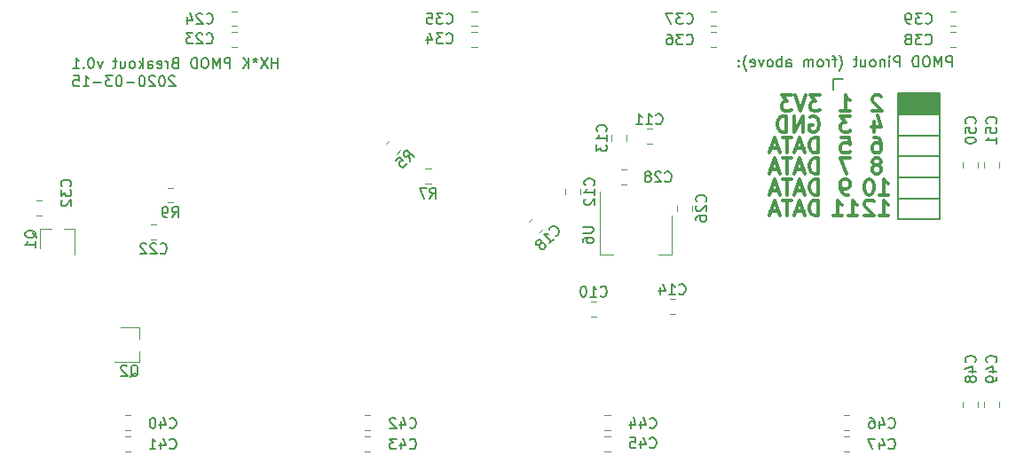
<source format=gbo>
G04 #@! TF.GenerationSoftware,KiCad,Pcbnew,5.0.2+dfsg1-1*
G04 #@! TF.CreationDate,2020-03-15T18:18:09-04:00*
G04 #@! TF.ProjectId,hx4k_pmod,6878346b-5f70-46d6-9f64-2e6b69636164,rev?*
G04 #@! TF.SameCoordinates,Original*
G04 #@! TF.FileFunction,Legend,Bot*
G04 #@! TF.FilePolarity,Positive*
%FSLAX46Y46*%
G04 Gerber Fmt 4.6, Leading zero omitted, Abs format (unit mm)*
G04 Created by KiCad (PCBNEW 5.0.2+dfsg1-1) date Sun 15 Mar 2020 06:18:09 PM EDT*
%MOMM*%
%LPD*%
G01*
G04 APERTURE LIST*
%ADD10C,0.300000*%
%ADD11C,0.200000*%
%ADD12C,0.150000*%
%ADD13C,0.120000*%
G04 APERTURE END LIST*
D10*
X99447857Y-55678571D02*
X99447857Y-54178571D01*
X99090714Y-54178571D01*
X98876428Y-54250000D01*
X98733571Y-54392857D01*
X98662142Y-54535714D01*
X98590714Y-54821428D01*
X98590714Y-55035714D01*
X98662142Y-55321428D01*
X98733571Y-55464285D01*
X98876428Y-55607142D01*
X99090714Y-55678571D01*
X99447857Y-55678571D01*
X98019285Y-55250000D02*
X97305000Y-55250000D01*
X98162142Y-55678571D02*
X97662142Y-54178571D01*
X97162142Y-55678571D01*
X96876428Y-54178571D02*
X96019285Y-54178571D01*
X96447857Y-55678571D02*
X96447857Y-54178571D01*
X95590714Y-55250000D02*
X94876428Y-55250000D01*
X95733571Y-55678571D02*
X95233571Y-54178571D01*
X94733571Y-55678571D01*
X99447857Y-53678571D02*
X99447857Y-52178571D01*
X99090714Y-52178571D01*
X98876428Y-52250000D01*
X98733571Y-52392857D01*
X98662142Y-52535714D01*
X98590714Y-52821428D01*
X98590714Y-53035714D01*
X98662142Y-53321428D01*
X98733571Y-53464285D01*
X98876428Y-53607142D01*
X99090714Y-53678571D01*
X99447857Y-53678571D01*
X98019285Y-53250000D02*
X97305000Y-53250000D01*
X98162142Y-53678571D02*
X97662142Y-52178571D01*
X97162142Y-53678571D01*
X96876428Y-52178571D02*
X96019285Y-52178571D01*
X96447857Y-53678571D02*
X96447857Y-52178571D01*
X95590714Y-53250000D02*
X94876428Y-53250000D01*
X95733571Y-53678571D02*
X95233571Y-52178571D01*
X94733571Y-53678571D01*
X99447857Y-51678571D02*
X99447857Y-50178571D01*
X99090714Y-50178571D01*
X98876428Y-50250000D01*
X98733571Y-50392857D01*
X98662142Y-50535714D01*
X98590714Y-50821428D01*
X98590714Y-51035714D01*
X98662142Y-51321428D01*
X98733571Y-51464285D01*
X98876428Y-51607142D01*
X99090714Y-51678571D01*
X99447857Y-51678571D01*
X98019285Y-51250000D02*
X97305000Y-51250000D01*
X98162142Y-51678571D02*
X97662142Y-50178571D01*
X97162142Y-51678571D01*
X96876428Y-50178571D02*
X96019285Y-50178571D01*
X96447857Y-51678571D02*
X96447857Y-50178571D01*
X95590714Y-51250000D02*
X94876428Y-51250000D01*
X95733571Y-51678571D02*
X95233571Y-50178571D01*
X94733571Y-51678571D01*
D11*
X107000000Y-44000000D02*
X111000000Y-44000000D01*
X112166666Y-41452380D02*
X112166666Y-40452380D01*
X111785714Y-40452380D01*
X111690476Y-40500000D01*
X111642857Y-40547619D01*
X111595238Y-40642857D01*
X111595238Y-40785714D01*
X111642857Y-40880952D01*
X111690476Y-40928571D01*
X111785714Y-40976190D01*
X112166666Y-40976190D01*
X111166666Y-41452380D02*
X111166666Y-40452380D01*
X110833333Y-41166666D01*
X110500000Y-40452380D01*
X110500000Y-41452380D01*
X109833333Y-40452380D02*
X109642857Y-40452380D01*
X109547619Y-40500000D01*
X109452380Y-40595238D01*
X109404761Y-40785714D01*
X109404761Y-41119047D01*
X109452380Y-41309523D01*
X109547619Y-41404761D01*
X109642857Y-41452380D01*
X109833333Y-41452380D01*
X109928571Y-41404761D01*
X110023809Y-41309523D01*
X110071428Y-41119047D01*
X110071428Y-40785714D01*
X110023809Y-40595238D01*
X109928571Y-40500000D01*
X109833333Y-40452380D01*
X108976190Y-41452380D02*
X108976190Y-40452380D01*
X108738095Y-40452380D01*
X108595238Y-40500000D01*
X108500000Y-40595238D01*
X108452380Y-40690476D01*
X108404761Y-40880952D01*
X108404761Y-41023809D01*
X108452380Y-41214285D01*
X108500000Y-41309523D01*
X108595238Y-41404761D01*
X108738095Y-41452380D01*
X108976190Y-41452380D01*
X107214285Y-41452380D02*
X107214285Y-40452380D01*
X106833333Y-40452380D01*
X106738095Y-40500000D01*
X106690476Y-40547619D01*
X106642857Y-40642857D01*
X106642857Y-40785714D01*
X106690476Y-40880952D01*
X106738095Y-40928571D01*
X106833333Y-40976190D01*
X107214285Y-40976190D01*
X106214285Y-41452380D02*
X106214285Y-40785714D01*
X106214285Y-40452380D02*
X106261904Y-40500000D01*
X106214285Y-40547619D01*
X106166666Y-40500000D01*
X106214285Y-40452380D01*
X106214285Y-40547619D01*
X105738095Y-40785714D02*
X105738095Y-41452380D01*
X105738095Y-40880952D02*
X105690476Y-40833333D01*
X105595238Y-40785714D01*
X105452380Y-40785714D01*
X105357142Y-40833333D01*
X105309523Y-40928571D01*
X105309523Y-41452380D01*
X104690476Y-41452380D02*
X104785714Y-41404761D01*
X104833333Y-41357142D01*
X104880952Y-41261904D01*
X104880952Y-40976190D01*
X104833333Y-40880952D01*
X104785714Y-40833333D01*
X104690476Y-40785714D01*
X104547619Y-40785714D01*
X104452380Y-40833333D01*
X104404761Y-40880952D01*
X104357142Y-40976190D01*
X104357142Y-41261904D01*
X104404761Y-41357142D01*
X104452380Y-41404761D01*
X104547619Y-41452380D01*
X104690476Y-41452380D01*
X103500000Y-40785714D02*
X103500000Y-41452380D01*
X103928571Y-40785714D02*
X103928571Y-41309523D01*
X103880952Y-41404761D01*
X103785714Y-41452380D01*
X103642857Y-41452380D01*
X103547619Y-41404761D01*
X103500000Y-41357142D01*
X103166666Y-40785714D02*
X102785714Y-40785714D01*
X103023809Y-40452380D02*
X103023809Y-41309523D01*
X102976190Y-41404761D01*
X102880952Y-41452380D01*
X102785714Y-41452380D01*
X101404761Y-41833333D02*
X101452380Y-41785714D01*
X101547619Y-41642857D01*
X101595238Y-41547619D01*
X101642857Y-41404761D01*
X101690476Y-41166666D01*
X101690476Y-40976190D01*
X101642857Y-40738095D01*
X101595238Y-40595238D01*
X101547619Y-40500000D01*
X101452380Y-40357142D01*
X101404761Y-40309523D01*
X101166666Y-40785714D02*
X100785714Y-40785714D01*
X101023809Y-41452380D02*
X101023809Y-40595238D01*
X100976190Y-40500000D01*
X100880952Y-40452380D01*
X100785714Y-40452380D01*
X100452380Y-41452380D02*
X100452380Y-40785714D01*
X100452380Y-40976190D02*
X100404761Y-40880952D01*
X100357142Y-40833333D01*
X100261904Y-40785714D01*
X100166666Y-40785714D01*
X99690476Y-41452380D02*
X99785714Y-41404761D01*
X99833333Y-41357142D01*
X99880952Y-41261904D01*
X99880952Y-40976190D01*
X99833333Y-40880952D01*
X99785714Y-40833333D01*
X99690476Y-40785714D01*
X99547619Y-40785714D01*
X99452380Y-40833333D01*
X99404761Y-40880952D01*
X99357142Y-40976190D01*
X99357142Y-41261904D01*
X99404761Y-41357142D01*
X99452380Y-41404761D01*
X99547619Y-41452380D01*
X99690476Y-41452380D01*
X98928571Y-41452380D02*
X98928571Y-40785714D01*
X98928571Y-40880952D02*
X98880952Y-40833333D01*
X98785714Y-40785714D01*
X98642857Y-40785714D01*
X98547619Y-40833333D01*
X98500000Y-40928571D01*
X98500000Y-41452380D01*
X98500000Y-40928571D02*
X98452380Y-40833333D01*
X98357142Y-40785714D01*
X98214285Y-40785714D01*
X98119047Y-40833333D01*
X98071428Y-40928571D01*
X98071428Y-41452380D01*
X96404761Y-41452380D02*
X96404761Y-40928571D01*
X96452380Y-40833333D01*
X96547619Y-40785714D01*
X96738095Y-40785714D01*
X96833333Y-40833333D01*
X96404761Y-41404761D02*
X96500000Y-41452380D01*
X96738095Y-41452380D01*
X96833333Y-41404761D01*
X96880952Y-41309523D01*
X96880952Y-41214285D01*
X96833333Y-41119047D01*
X96738095Y-41071428D01*
X96500000Y-41071428D01*
X96404761Y-41023809D01*
X95928571Y-41452380D02*
X95928571Y-40452380D01*
X95928571Y-40833333D02*
X95833333Y-40785714D01*
X95642857Y-40785714D01*
X95547619Y-40833333D01*
X95500000Y-40880952D01*
X95452380Y-40976190D01*
X95452380Y-41261904D01*
X95500000Y-41357142D01*
X95547619Y-41404761D01*
X95642857Y-41452380D01*
X95833333Y-41452380D01*
X95928571Y-41404761D01*
X94880952Y-41452380D02*
X94976190Y-41404761D01*
X95023809Y-41357142D01*
X95071428Y-41261904D01*
X95071428Y-40976190D01*
X95023809Y-40880952D01*
X94976190Y-40833333D01*
X94880952Y-40785714D01*
X94738095Y-40785714D01*
X94642857Y-40833333D01*
X94595238Y-40880952D01*
X94547619Y-40976190D01*
X94547619Y-41261904D01*
X94595238Y-41357142D01*
X94642857Y-41404761D01*
X94738095Y-41452380D01*
X94880952Y-41452380D01*
X94214285Y-40785714D02*
X93976190Y-41452380D01*
X93738095Y-40785714D01*
X92976190Y-41404761D02*
X93071428Y-41452380D01*
X93261904Y-41452380D01*
X93357142Y-41404761D01*
X93404761Y-41309523D01*
X93404761Y-40928571D01*
X93357142Y-40833333D01*
X93261904Y-40785714D01*
X93071428Y-40785714D01*
X92976190Y-40833333D01*
X92928571Y-40928571D01*
X92928571Y-41023809D01*
X93404761Y-41119047D01*
X92595238Y-41833333D02*
X92547619Y-41785714D01*
X92452380Y-41642857D01*
X92404761Y-41547619D01*
X92357142Y-41404761D01*
X92309523Y-41166666D01*
X92309523Y-40976190D01*
X92357142Y-40738095D01*
X92404761Y-40595238D01*
X92452380Y-40500000D01*
X92547619Y-40357142D01*
X92595238Y-40309523D01*
X91833333Y-41357142D02*
X91785714Y-41404761D01*
X91833333Y-41452380D01*
X91880952Y-41404761D01*
X91833333Y-41357142D01*
X91833333Y-41452380D01*
X91833333Y-40833333D02*
X91785714Y-40880952D01*
X91833333Y-40928571D01*
X91880952Y-40880952D01*
X91833333Y-40833333D01*
X91833333Y-40928571D01*
D10*
X99447857Y-49678571D02*
X99447857Y-48178571D01*
X99090714Y-48178571D01*
X98876428Y-48250000D01*
X98733571Y-48392857D01*
X98662142Y-48535714D01*
X98590714Y-48821428D01*
X98590714Y-49035714D01*
X98662142Y-49321428D01*
X98733571Y-49464285D01*
X98876428Y-49607142D01*
X99090714Y-49678571D01*
X99447857Y-49678571D01*
X98019285Y-49250000D02*
X97305000Y-49250000D01*
X98162142Y-49678571D02*
X97662142Y-48178571D01*
X97162142Y-49678571D01*
X96876428Y-48178571D02*
X96019285Y-48178571D01*
X96447857Y-49678571D02*
X96447857Y-48178571D01*
X95590714Y-49250000D02*
X94876428Y-49250000D01*
X95733571Y-49678571D02*
X95233571Y-48178571D01*
X94733571Y-49678571D01*
X98662142Y-46250000D02*
X98805000Y-46178571D01*
X99019285Y-46178571D01*
X99233571Y-46250000D01*
X99376428Y-46392857D01*
X99447857Y-46535714D01*
X99519285Y-46821428D01*
X99519285Y-47035714D01*
X99447857Y-47321428D01*
X99376428Y-47464285D01*
X99233571Y-47607142D01*
X99019285Y-47678571D01*
X98876428Y-47678571D01*
X98662142Y-47607142D01*
X98590714Y-47535714D01*
X98590714Y-47035714D01*
X98876428Y-47035714D01*
X97947857Y-47678571D02*
X97947857Y-46178571D01*
X97090714Y-47678571D01*
X97090714Y-46178571D01*
X96376428Y-47678571D02*
X96376428Y-46178571D01*
X96019285Y-46178571D01*
X95805000Y-46250000D01*
X95662142Y-46392857D01*
X95590714Y-46535714D01*
X95519285Y-46821428D01*
X95519285Y-47035714D01*
X95590714Y-47321428D01*
X95662142Y-47464285D01*
X95805000Y-47607142D01*
X96019285Y-47678571D01*
X96376428Y-47678571D01*
X99590714Y-44178571D02*
X98662142Y-44178571D01*
X99162142Y-44750000D01*
X98947857Y-44750000D01*
X98805000Y-44821428D01*
X98733571Y-44892857D01*
X98662142Y-45035714D01*
X98662142Y-45392857D01*
X98733571Y-45535714D01*
X98805000Y-45607142D01*
X98947857Y-45678571D01*
X99376428Y-45678571D01*
X99519285Y-45607142D01*
X99590714Y-45535714D01*
X98233571Y-44178571D02*
X97733571Y-45678571D01*
X97233571Y-44178571D01*
X96876428Y-44178571D02*
X95947857Y-44178571D01*
X96447857Y-44750000D01*
X96233571Y-44750000D01*
X96090714Y-44821428D01*
X96019285Y-44892857D01*
X95947857Y-45035714D01*
X95947857Y-45392857D01*
X96019285Y-45535714D01*
X96090714Y-45607142D01*
X96233571Y-45678571D01*
X96662142Y-45678571D01*
X96805000Y-45607142D01*
X96876428Y-45535714D01*
D11*
X107000000Y-56002908D02*
X107000000Y-44002908D01*
X111000000Y-44000000D02*
X111000000Y-56002908D01*
D12*
G36*
X111000000Y-44002908D02*
X111000000Y-46002908D01*
X107000000Y-46002908D01*
X107000000Y-44002908D01*
X111000000Y-44002908D01*
G37*
X111000000Y-44002908D02*
X111000000Y-46002908D01*
X107000000Y-46002908D01*
X107000000Y-44002908D01*
X111000000Y-44002908D01*
D11*
X107000000Y-56002908D02*
X111000000Y-56002908D01*
X107000000Y-54002908D02*
X111000000Y-54002908D01*
X107000000Y-52002908D02*
X111000000Y-52002908D01*
X107000000Y-50002908D02*
X111000000Y-50002908D01*
X107000000Y-48002908D02*
X111000000Y-48002908D01*
D10*
X105285714Y-55678571D02*
X106142857Y-55678571D01*
X105714285Y-55678571D02*
X105714285Y-54178571D01*
X105857142Y-54392857D01*
X106000000Y-54535714D01*
X106142857Y-54607142D01*
X104714285Y-54321428D02*
X104642857Y-54250000D01*
X104500000Y-54178571D01*
X104142857Y-54178571D01*
X104000000Y-54250000D01*
X103928571Y-54321428D01*
X103857142Y-54464285D01*
X103857142Y-54607142D01*
X103928571Y-54821428D01*
X104785714Y-55678571D01*
X103857142Y-55678571D01*
X102285714Y-55678571D02*
X103142857Y-55678571D01*
X102714285Y-55678571D02*
X102714285Y-54178571D01*
X102857142Y-54392857D01*
X103000000Y-54535714D01*
X103142857Y-54607142D01*
X100857142Y-55678571D02*
X101714285Y-55678571D01*
X101285714Y-55678571D02*
X101285714Y-54178571D01*
X101428571Y-54392857D01*
X101571428Y-54535714D01*
X101714285Y-54607142D01*
X102285714Y-53678571D02*
X102000000Y-53678571D01*
X101857142Y-53607142D01*
X101785714Y-53535714D01*
X101642857Y-53321428D01*
X101571428Y-53035714D01*
X101571428Y-52464285D01*
X101642857Y-52321428D01*
X101714285Y-52250000D01*
X101857142Y-52178571D01*
X102142857Y-52178571D01*
X102285714Y-52250000D01*
X102357142Y-52321428D01*
X102428571Y-52464285D01*
X102428571Y-52821428D01*
X102357142Y-52964285D01*
X102285714Y-53035714D01*
X102142857Y-53107142D01*
X101857142Y-53107142D01*
X101714285Y-53035714D01*
X101642857Y-52964285D01*
X101571428Y-52821428D01*
X105285714Y-53678571D02*
X106142857Y-53678571D01*
X105714285Y-53678571D02*
X105714285Y-52178571D01*
X105857142Y-52392857D01*
X106000000Y-52535714D01*
X106142857Y-52607142D01*
X104357142Y-52178571D02*
X104214285Y-52178571D01*
X104071428Y-52250000D01*
X104000000Y-52321428D01*
X103928571Y-52464285D01*
X103857142Y-52750000D01*
X103857142Y-53107142D01*
X103928571Y-53392857D01*
X104000000Y-53535714D01*
X104071428Y-53607142D01*
X104214285Y-53678571D01*
X104357142Y-53678571D01*
X104500000Y-53607142D01*
X104571428Y-53535714D01*
X104642857Y-53392857D01*
X104714285Y-53107142D01*
X104714285Y-52750000D01*
X104642857Y-52464285D01*
X104571428Y-52321428D01*
X104500000Y-52250000D01*
X104357142Y-52178571D01*
X105142857Y-50821428D02*
X105285714Y-50750000D01*
X105357142Y-50678571D01*
X105428571Y-50535714D01*
X105428571Y-50464285D01*
X105357142Y-50321428D01*
X105285714Y-50250000D01*
X105142857Y-50178571D01*
X104857142Y-50178571D01*
X104714285Y-50250000D01*
X104642857Y-50321428D01*
X104571428Y-50464285D01*
X104571428Y-50535714D01*
X104642857Y-50678571D01*
X104714285Y-50750000D01*
X104857142Y-50821428D01*
X105142857Y-50821428D01*
X105285714Y-50892857D01*
X105357142Y-50964285D01*
X105428571Y-51107142D01*
X105428571Y-51392857D01*
X105357142Y-51535714D01*
X105285714Y-51607142D01*
X105142857Y-51678571D01*
X104857142Y-51678571D01*
X104714285Y-51607142D01*
X104642857Y-51535714D01*
X104571428Y-51392857D01*
X104571428Y-51107142D01*
X104642857Y-50964285D01*
X104714285Y-50892857D01*
X104857142Y-50821428D01*
X102500000Y-50178571D02*
X101500000Y-50178571D01*
X102142857Y-51678571D01*
X101642857Y-48178571D02*
X102357142Y-48178571D01*
X102428571Y-48892857D01*
X102357142Y-48821428D01*
X102214285Y-48750000D01*
X101857142Y-48750000D01*
X101714285Y-48821428D01*
X101642857Y-48892857D01*
X101571428Y-49035714D01*
X101571428Y-49392857D01*
X101642857Y-49535714D01*
X101714285Y-49607142D01*
X101857142Y-49678571D01*
X102214285Y-49678571D01*
X102357142Y-49607142D01*
X102428571Y-49535714D01*
X104714285Y-48178571D02*
X105000000Y-48178571D01*
X105142857Y-48250000D01*
X105214285Y-48321428D01*
X105357142Y-48535714D01*
X105428571Y-48821428D01*
X105428571Y-49392857D01*
X105357142Y-49535714D01*
X105285714Y-49607142D01*
X105142857Y-49678571D01*
X104857142Y-49678571D01*
X104714285Y-49607142D01*
X104642857Y-49535714D01*
X104571428Y-49392857D01*
X104571428Y-49035714D01*
X104642857Y-48892857D01*
X104714285Y-48821428D01*
X104857142Y-48750000D01*
X105142857Y-48750000D01*
X105285714Y-48821428D01*
X105357142Y-48892857D01*
X105428571Y-49035714D01*
X104714285Y-46678571D02*
X104714285Y-47678571D01*
X105071428Y-46107142D02*
X105428571Y-47178571D01*
X104500000Y-47178571D01*
X102500000Y-46178571D02*
X101571428Y-46178571D01*
X102071428Y-46750000D01*
X101857142Y-46750000D01*
X101714285Y-46821428D01*
X101642857Y-46892857D01*
X101571428Y-47035714D01*
X101571428Y-47392857D01*
X101642857Y-47535714D01*
X101714285Y-47607142D01*
X101857142Y-47678571D01*
X102285714Y-47678571D01*
X102428571Y-47607142D01*
X102500000Y-47535714D01*
X105428571Y-44321428D02*
X105357142Y-44250000D01*
X105214285Y-44178571D01*
X104857142Y-44178571D01*
X104714285Y-44250000D01*
X104642857Y-44321428D01*
X104571428Y-44464285D01*
X104571428Y-44607142D01*
X104642857Y-44821428D01*
X105500000Y-45678571D01*
X104571428Y-45678571D01*
X101571428Y-45678571D02*
X102428571Y-45678571D01*
X102000000Y-45678571D02*
X102000000Y-44178571D01*
X102142857Y-44392857D01*
X102285714Y-44535714D01*
X102428571Y-44607142D01*
D11*
X100818853Y-42619806D02*
X100818853Y-43619806D01*
X101818853Y-42619806D02*
X100818853Y-42619806D01*
X47844285Y-41602380D02*
X47844285Y-40602380D01*
X47844285Y-41078571D02*
X47272857Y-41078571D01*
X47272857Y-41602380D02*
X47272857Y-40602380D01*
X46891904Y-40602380D02*
X46225238Y-41602380D01*
X46225238Y-40602380D02*
X46891904Y-41602380D01*
X45701428Y-40602380D02*
X45701428Y-40840476D01*
X45939523Y-40745238D02*
X45701428Y-40840476D01*
X45463333Y-40745238D01*
X45844285Y-41030952D02*
X45701428Y-40840476D01*
X45558571Y-41030952D01*
X45082380Y-41602380D02*
X45082380Y-40602380D01*
X44510952Y-41602380D02*
X44939523Y-41030952D01*
X44510952Y-40602380D02*
X45082380Y-41173809D01*
X43320476Y-41602380D02*
X43320476Y-40602380D01*
X42939523Y-40602380D01*
X42844285Y-40650000D01*
X42796666Y-40697619D01*
X42749047Y-40792857D01*
X42749047Y-40935714D01*
X42796666Y-41030952D01*
X42844285Y-41078571D01*
X42939523Y-41126190D01*
X43320476Y-41126190D01*
X42320476Y-41602380D02*
X42320476Y-40602380D01*
X41987142Y-41316666D01*
X41653809Y-40602380D01*
X41653809Y-41602380D01*
X40987142Y-40602380D02*
X40796666Y-40602380D01*
X40701428Y-40650000D01*
X40606190Y-40745238D01*
X40558571Y-40935714D01*
X40558571Y-41269047D01*
X40606190Y-41459523D01*
X40701428Y-41554761D01*
X40796666Y-41602380D01*
X40987142Y-41602380D01*
X41082380Y-41554761D01*
X41177619Y-41459523D01*
X41225238Y-41269047D01*
X41225238Y-40935714D01*
X41177619Y-40745238D01*
X41082380Y-40650000D01*
X40987142Y-40602380D01*
X40130000Y-41602380D02*
X40130000Y-40602380D01*
X39891904Y-40602380D01*
X39749047Y-40650000D01*
X39653809Y-40745238D01*
X39606190Y-40840476D01*
X39558571Y-41030952D01*
X39558571Y-41173809D01*
X39606190Y-41364285D01*
X39653809Y-41459523D01*
X39749047Y-41554761D01*
X39891904Y-41602380D01*
X40130000Y-41602380D01*
X38034761Y-41078571D02*
X37891904Y-41126190D01*
X37844285Y-41173809D01*
X37796666Y-41269047D01*
X37796666Y-41411904D01*
X37844285Y-41507142D01*
X37891904Y-41554761D01*
X37987142Y-41602380D01*
X38368095Y-41602380D01*
X38368095Y-40602380D01*
X38034761Y-40602380D01*
X37939523Y-40650000D01*
X37891904Y-40697619D01*
X37844285Y-40792857D01*
X37844285Y-40888095D01*
X37891904Y-40983333D01*
X37939523Y-41030952D01*
X38034761Y-41078571D01*
X38368095Y-41078571D01*
X37368095Y-41602380D02*
X37368095Y-40935714D01*
X37368095Y-41126190D02*
X37320476Y-41030952D01*
X37272857Y-40983333D01*
X37177619Y-40935714D01*
X37082380Y-40935714D01*
X36368095Y-41554761D02*
X36463333Y-41602380D01*
X36653809Y-41602380D01*
X36749047Y-41554761D01*
X36796666Y-41459523D01*
X36796666Y-41078571D01*
X36749047Y-40983333D01*
X36653809Y-40935714D01*
X36463333Y-40935714D01*
X36368095Y-40983333D01*
X36320476Y-41078571D01*
X36320476Y-41173809D01*
X36796666Y-41269047D01*
X35463333Y-41602380D02*
X35463333Y-41078571D01*
X35510952Y-40983333D01*
X35606190Y-40935714D01*
X35796666Y-40935714D01*
X35891904Y-40983333D01*
X35463333Y-41554761D02*
X35558571Y-41602380D01*
X35796666Y-41602380D01*
X35891904Y-41554761D01*
X35939523Y-41459523D01*
X35939523Y-41364285D01*
X35891904Y-41269047D01*
X35796666Y-41221428D01*
X35558571Y-41221428D01*
X35463333Y-41173809D01*
X34987142Y-41602380D02*
X34987142Y-40602380D01*
X34891904Y-41221428D02*
X34606190Y-41602380D01*
X34606190Y-40935714D02*
X34987142Y-41316666D01*
X34034761Y-41602380D02*
X34130000Y-41554761D01*
X34177619Y-41507142D01*
X34225238Y-41411904D01*
X34225238Y-41126190D01*
X34177619Y-41030952D01*
X34130000Y-40983333D01*
X34034761Y-40935714D01*
X33891904Y-40935714D01*
X33796666Y-40983333D01*
X33749047Y-41030952D01*
X33701428Y-41126190D01*
X33701428Y-41411904D01*
X33749047Y-41507142D01*
X33796666Y-41554761D01*
X33891904Y-41602380D01*
X34034761Y-41602380D01*
X32844285Y-40935714D02*
X32844285Y-41602380D01*
X33272857Y-40935714D02*
X33272857Y-41459523D01*
X33225238Y-41554761D01*
X33130000Y-41602380D01*
X32987142Y-41602380D01*
X32891904Y-41554761D01*
X32844285Y-41507142D01*
X32510952Y-40935714D02*
X32130000Y-40935714D01*
X32368095Y-40602380D02*
X32368095Y-41459523D01*
X32320476Y-41554761D01*
X32225238Y-41602380D01*
X32130000Y-41602380D01*
X31130000Y-40935714D02*
X30891904Y-41602380D01*
X30653809Y-40935714D01*
X30082380Y-40602380D02*
X29987142Y-40602380D01*
X29891904Y-40650000D01*
X29844285Y-40697619D01*
X29796666Y-40792857D01*
X29749047Y-40983333D01*
X29749047Y-41221428D01*
X29796666Y-41411904D01*
X29844285Y-41507142D01*
X29891904Y-41554761D01*
X29987142Y-41602380D01*
X30082380Y-41602380D01*
X30177619Y-41554761D01*
X30225238Y-41507142D01*
X30272857Y-41411904D01*
X30320476Y-41221428D01*
X30320476Y-40983333D01*
X30272857Y-40792857D01*
X30225238Y-40697619D01*
X30177619Y-40650000D01*
X30082380Y-40602380D01*
X29320476Y-41507142D02*
X29272857Y-41554761D01*
X29320476Y-41602380D01*
X29368095Y-41554761D01*
X29320476Y-41507142D01*
X29320476Y-41602380D01*
X28320476Y-41602380D02*
X28891904Y-41602380D01*
X28606190Y-41602380D02*
X28606190Y-40602380D01*
X28701428Y-40745238D01*
X28796666Y-40840476D01*
X28891904Y-40888095D01*
X38034761Y-42397619D02*
X37987142Y-42350000D01*
X37891904Y-42302380D01*
X37653809Y-42302380D01*
X37558571Y-42350000D01*
X37510952Y-42397619D01*
X37463333Y-42492857D01*
X37463333Y-42588095D01*
X37510952Y-42730952D01*
X38082380Y-43302380D01*
X37463333Y-43302380D01*
X36844285Y-42302380D02*
X36749047Y-42302380D01*
X36653809Y-42350000D01*
X36606190Y-42397619D01*
X36558571Y-42492857D01*
X36510952Y-42683333D01*
X36510952Y-42921428D01*
X36558571Y-43111904D01*
X36606190Y-43207142D01*
X36653809Y-43254761D01*
X36749047Y-43302380D01*
X36844285Y-43302380D01*
X36939523Y-43254761D01*
X36987142Y-43207142D01*
X37034761Y-43111904D01*
X37082380Y-42921428D01*
X37082380Y-42683333D01*
X37034761Y-42492857D01*
X36987142Y-42397619D01*
X36939523Y-42350000D01*
X36844285Y-42302380D01*
X36130000Y-42397619D02*
X36082380Y-42350000D01*
X35987142Y-42302380D01*
X35749047Y-42302380D01*
X35653809Y-42350000D01*
X35606190Y-42397619D01*
X35558571Y-42492857D01*
X35558571Y-42588095D01*
X35606190Y-42730952D01*
X36177619Y-43302380D01*
X35558571Y-43302380D01*
X34939523Y-42302380D02*
X34844285Y-42302380D01*
X34749047Y-42350000D01*
X34701428Y-42397619D01*
X34653809Y-42492857D01*
X34606190Y-42683333D01*
X34606190Y-42921428D01*
X34653809Y-43111904D01*
X34701428Y-43207142D01*
X34749047Y-43254761D01*
X34844285Y-43302380D01*
X34939523Y-43302380D01*
X35034761Y-43254761D01*
X35082380Y-43207142D01*
X35130000Y-43111904D01*
X35177619Y-42921428D01*
X35177619Y-42683333D01*
X35130000Y-42492857D01*
X35082380Y-42397619D01*
X35034761Y-42350000D01*
X34939523Y-42302380D01*
X34177619Y-42921428D02*
X33415714Y-42921428D01*
X32749047Y-42302380D02*
X32653809Y-42302380D01*
X32558571Y-42350000D01*
X32510952Y-42397619D01*
X32463333Y-42492857D01*
X32415714Y-42683333D01*
X32415714Y-42921428D01*
X32463333Y-43111904D01*
X32510952Y-43207142D01*
X32558571Y-43254761D01*
X32653809Y-43302380D01*
X32749047Y-43302380D01*
X32844285Y-43254761D01*
X32891904Y-43207142D01*
X32939523Y-43111904D01*
X32987142Y-42921428D01*
X32987142Y-42683333D01*
X32939523Y-42492857D01*
X32891904Y-42397619D01*
X32844285Y-42350000D01*
X32749047Y-42302380D01*
X32082380Y-42302380D02*
X31463333Y-42302380D01*
X31796666Y-42683333D01*
X31653809Y-42683333D01*
X31558571Y-42730952D01*
X31510952Y-42778571D01*
X31463333Y-42873809D01*
X31463333Y-43111904D01*
X31510952Y-43207142D01*
X31558571Y-43254761D01*
X31653809Y-43302380D01*
X31939523Y-43302380D01*
X32034761Y-43254761D01*
X32082380Y-43207142D01*
X31034761Y-42921428D02*
X30272857Y-42921428D01*
X29272857Y-43302380D02*
X29844285Y-43302380D01*
X29558571Y-43302380D02*
X29558571Y-42302380D01*
X29653809Y-42445238D01*
X29749047Y-42540476D01*
X29844285Y-42588095D01*
X28368095Y-42302380D02*
X28844285Y-42302380D01*
X28891904Y-42778571D01*
X28844285Y-42730952D01*
X28749047Y-42683333D01*
X28510952Y-42683333D01*
X28415714Y-42730952D01*
X28368095Y-42778571D01*
X28320476Y-42873809D01*
X28320476Y-43111904D01*
X28368095Y-43207142D01*
X28415714Y-43254761D01*
X28510952Y-43302380D01*
X28749047Y-43302380D01*
X28844285Y-43254761D01*
X28891904Y-43207142D01*
D13*
G04 #@! TO.C,Q2*
X32250000Y-69650000D02*
X34650000Y-69650000D01*
X34650000Y-69650000D02*
X34650000Y-68600000D01*
X32850000Y-66350000D02*
X34650000Y-66350000D01*
X34650000Y-66350000D02*
X34650000Y-67400000D01*
G04 #@! TO.C,C23*
X43961252Y-39560000D02*
X43438748Y-39560000D01*
X43961252Y-38140000D02*
X43438748Y-38140000D01*
G04 #@! TO.C,C34*
X66861252Y-38140000D02*
X66338748Y-38140000D01*
X66861252Y-39560000D02*
X66338748Y-39560000D01*
G04 #@! TO.C,C36*
X89711252Y-39560000D02*
X89188748Y-39560000D01*
X89711252Y-38140000D02*
X89188748Y-38140000D01*
G04 #@! TO.C,C38*
X112561252Y-38140000D02*
X112038748Y-38140000D01*
X112561252Y-39560000D02*
X112038748Y-39560000D01*
G04 #@! TO.C,C40*
X33288748Y-74740000D02*
X33811252Y-74740000D01*
X33288748Y-76160000D02*
X33811252Y-76160000D01*
G04 #@! TO.C,C50*
X114660000Y-51061252D02*
X114660000Y-50538748D01*
X113240000Y-51061252D02*
X113240000Y-50538748D01*
G04 #@! TO.C,C42*
X56138748Y-74740000D02*
X56661252Y-74740000D01*
X56138748Y-76160000D02*
X56661252Y-76160000D01*
G04 #@! TO.C,C48*
X114660000Y-73961252D02*
X114660000Y-73438748D01*
X113240000Y-73961252D02*
X113240000Y-73438748D01*
G04 #@! TO.C,C46*
X101888748Y-74740000D02*
X102411252Y-74740000D01*
X101888748Y-76160000D02*
X102411252Y-76160000D01*
G04 #@! TO.C,C44*
X79038748Y-76160000D02*
X79561252Y-76160000D01*
X79038748Y-74740000D02*
X79561252Y-74740000D01*
G04 #@! TO.C,C49*
X115240000Y-73961252D02*
X115240000Y-73438748D01*
X116660000Y-73961252D02*
X116660000Y-73438748D01*
G04 #@! TO.C,C51*
X115240000Y-51061252D02*
X115240000Y-50538748D01*
X116660000Y-51061252D02*
X116660000Y-50538748D01*
G04 #@! TO.C,C47*
X101888748Y-78160000D02*
X102411252Y-78160000D01*
X101888748Y-76740000D02*
X102411252Y-76740000D01*
G04 #@! TO.C,C32*
X25361252Y-54240000D02*
X24838748Y-54240000D01*
X25361252Y-55660000D02*
X24838748Y-55660000D01*
G04 #@! TO.C,C37*
X89711252Y-36140000D02*
X89188748Y-36140000D01*
X89711252Y-37560000D02*
X89188748Y-37560000D01*
G04 #@! TO.C,C35*
X66861252Y-36140000D02*
X66338748Y-36140000D01*
X66861252Y-37560000D02*
X66338748Y-37560000D01*
G04 #@! TO.C,C45*
X79038748Y-78160000D02*
X79561252Y-78160000D01*
X79038748Y-76740000D02*
X79561252Y-76740000D01*
G04 #@! TO.C,C43*
X56138748Y-78160000D02*
X56661252Y-78160000D01*
X56138748Y-76740000D02*
X56661252Y-76740000D01*
G04 #@! TO.C,C41*
X33288748Y-78160000D02*
X33811252Y-78160000D01*
X33288748Y-76740000D02*
X33811252Y-76740000D01*
G04 #@! TO.C,C39*
X112561252Y-36140000D02*
X112038748Y-36140000D01*
X112561252Y-37560000D02*
X112038748Y-37560000D01*
G04 #@! TO.C,U6*
X85410000Y-59410000D02*
X84150000Y-59410000D01*
X78590000Y-59410000D02*
X79850000Y-59410000D01*
X85410000Y-55650000D02*
X85410000Y-59410000D01*
X78590000Y-53400000D02*
X78590000Y-59410000D01*
G04 #@! TO.C,C11*
X83038748Y-47390000D02*
X83561252Y-47390000D01*
X83038748Y-48810000D02*
X83561252Y-48810000D01*
G04 #@! TO.C,C12*
X76710000Y-53661252D02*
X76710000Y-53138748D01*
X75290000Y-53661252D02*
X75290000Y-53138748D01*
G04 #@! TO.C,C13*
X79690000Y-48511252D02*
X79690000Y-47988748D01*
X81110000Y-48511252D02*
X81110000Y-47988748D01*
G04 #@! TO.C,C14*
X85238748Y-65060000D02*
X85761252Y-65060000D01*
X85238748Y-63640000D02*
X85761252Y-63640000D01*
G04 #@! TO.C,C18*
X72817313Y-57286779D02*
X73186779Y-56917313D01*
X71813221Y-56282687D02*
X72182687Y-55913221D01*
G04 #@! TO.C,C10*
X78261252Y-63890000D02*
X77738748Y-63890000D01*
X78261252Y-65310000D02*
X77738748Y-65310000D01*
G04 #@! TO.C,C22*
X35738748Y-56490000D02*
X36261252Y-56490000D01*
X35738748Y-57910000D02*
X36261252Y-57910000D01*
G04 #@! TO.C,C24*
X43961252Y-37560000D02*
X43438748Y-37560000D01*
X43961252Y-36140000D02*
X43438748Y-36140000D01*
G04 #@! TO.C,C26*
X85940000Y-55211252D02*
X85940000Y-54688748D01*
X87360000Y-55211252D02*
X87360000Y-54688748D01*
G04 #@! TO.C,C28*
X80588748Y-51240000D02*
X81111252Y-51240000D01*
X80588748Y-52660000D02*
X81111252Y-52660000D01*
G04 #@! TO.C,Q1*
X28500000Y-59350000D02*
X28500000Y-56950000D01*
X28500000Y-56950000D02*
X27450000Y-56950000D01*
X25200000Y-58750000D02*
X25200000Y-56950000D01*
X25200000Y-56950000D02*
X26250000Y-56950000D01*
G04 #@! TO.C,R9*
X37338748Y-52990000D02*
X37861252Y-52990000D01*
X37338748Y-54410000D02*
X37861252Y-54410000D01*
G04 #@! TO.C,R7*
X61938748Y-52610000D02*
X62461252Y-52610000D01*
X61938748Y-51190000D02*
X62461252Y-51190000D01*
G04 #@! TO.C,R5*
X59167313Y-49786779D02*
X59536779Y-49417313D01*
X58163221Y-48782687D02*
X58532687Y-48413221D01*
G04 #@! TO.C,Q2*
D12*
X33795238Y-71047619D02*
X33890476Y-71000000D01*
X33985714Y-70904761D01*
X34128571Y-70761904D01*
X34223809Y-70714285D01*
X34319047Y-70714285D01*
X34271428Y-70952380D02*
X34366666Y-70904761D01*
X34461904Y-70809523D01*
X34509523Y-70619047D01*
X34509523Y-70285714D01*
X34461904Y-70095238D01*
X34366666Y-70000000D01*
X34271428Y-69952380D01*
X34080952Y-69952380D01*
X33985714Y-70000000D01*
X33890476Y-70095238D01*
X33842857Y-70285714D01*
X33842857Y-70619047D01*
X33890476Y-70809523D01*
X33985714Y-70904761D01*
X34080952Y-70952380D01*
X34271428Y-70952380D01*
X33461904Y-70047619D02*
X33414285Y-70000000D01*
X33319047Y-69952380D01*
X33080952Y-69952380D01*
X32985714Y-70000000D01*
X32938095Y-70047619D01*
X32890476Y-70142857D01*
X32890476Y-70238095D01*
X32938095Y-70380952D01*
X33509523Y-70952380D01*
X32890476Y-70952380D01*
G04 #@! TO.C,C23*
X41042857Y-39157142D02*
X41090476Y-39204761D01*
X41233333Y-39252380D01*
X41328571Y-39252380D01*
X41471428Y-39204761D01*
X41566666Y-39109523D01*
X41614285Y-39014285D01*
X41661904Y-38823809D01*
X41661904Y-38680952D01*
X41614285Y-38490476D01*
X41566666Y-38395238D01*
X41471428Y-38300000D01*
X41328571Y-38252380D01*
X41233333Y-38252380D01*
X41090476Y-38300000D01*
X41042857Y-38347619D01*
X40661904Y-38347619D02*
X40614285Y-38300000D01*
X40519047Y-38252380D01*
X40280952Y-38252380D01*
X40185714Y-38300000D01*
X40138095Y-38347619D01*
X40090476Y-38442857D01*
X40090476Y-38538095D01*
X40138095Y-38680952D01*
X40709523Y-39252380D01*
X40090476Y-39252380D01*
X39757142Y-38252380D02*
X39138095Y-38252380D01*
X39471428Y-38633333D01*
X39328571Y-38633333D01*
X39233333Y-38680952D01*
X39185714Y-38728571D01*
X39138095Y-38823809D01*
X39138095Y-39061904D01*
X39185714Y-39157142D01*
X39233333Y-39204761D01*
X39328571Y-39252380D01*
X39614285Y-39252380D01*
X39709523Y-39204761D01*
X39757142Y-39157142D01*
G04 #@! TO.C,C34*
X63942857Y-39157142D02*
X63990476Y-39204761D01*
X64133333Y-39252380D01*
X64228571Y-39252380D01*
X64371428Y-39204761D01*
X64466666Y-39109523D01*
X64514285Y-39014285D01*
X64561904Y-38823809D01*
X64561904Y-38680952D01*
X64514285Y-38490476D01*
X64466666Y-38395238D01*
X64371428Y-38300000D01*
X64228571Y-38252380D01*
X64133333Y-38252380D01*
X63990476Y-38300000D01*
X63942857Y-38347619D01*
X63609523Y-38252380D02*
X62990476Y-38252380D01*
X63323809Y-38633333D01*
X63180952Y-38633333D01*
X63085714Y-38680952D01*
X63038095Y-38728571D01*
X62990476Y-38823809D01*
X62990476Y-39061904D01*
X63038095Y-39157142D01*
X63085714Y-39204761D01*
X63180952Y-39252380D01*
X63466666Y-39252380D01*
X63561904Y-39204761D01*
X63609523Y-39157142D01*
X62133333Y-38585714D02*
X62133333Y-39252380D01*
X62371428Y-38204761D02*
X62609523Y-38919047D01*
X61990476Y-38919047D01*
G04 #@! TO.C,C36*
X86842857Y-39257142D02*
X86890476Y-39304761D01*
X87033333Y-39352380D01*
X87128571Y-39352380D01*
X87271428Y-39304761D01*
X87366666Y-39209523D01*
X87414285Y-39114285D01*
X87461904Y-38923809D01*
X87461904Y-38780952D01*
X87414285Y-38590476D01*
X87366666Y-38495238D01*
X87271428Y-38400000D01*
X87128571Y-38352380D01*
X87033333Y-38352380D01*
X86890476Y-38400000D01*
X86842857Y-38447619D01*
X86509523Y-38352380D02*
X85890476Y-38352380D01*
X86223809Y-38733333D01*
X86080952Y-38733333D01*
X85985714Y-38780952D01*
X85938095Y-38828571D01*
X85890476Y-38923809D01*
X85890476Y-39161904D01*
X85938095Y-39257142D01*
X85985714Y-39304761D01*
X86080952Y-39352380D01*
X86366666Y-39352380D01*
X86461904Y-39304761D01*
X86509523Y-39257142D01*
X85033333Y-38352380D02*
X85223809Y-38352380D01*
X85319047Y-38400000D01*
X85366666Y-38447619D01*
X85461904Y-38590476D01*
X85509523Y-38780952D01*
X85509523Y-39161904D01*
X85461904Y-39257142D01*
X85414285Y-39304761D01*
X85319047Y-39352380D01*
X85128571Y-39352380D01*
X85033333Y-39304761D01*
X84985714Y-39257142D01*
X84938095Y-39161904D01*
X84938095Y-38923809D01*
X84985714Y-38828571D01*
X85033333Y-38780952D01*
X85128571Y-38733333D01*
X85319047Y-38733333D01*
X85414285Y-38780952D01*
X85461904Y-38828571D01*
X85509523Y-38923809D01*
G04 #@! TO.C,C38*
X109642857Y-39257142D02*
X109690476Y-39304761D01*
X109833333Y-39352380D01*
X109928571Y-39352380D01*
X110071428Y-39304761D01*
X110166666Y-39209523D01*
X110214285Y-39114285D01*
X110261904Y-38923809D01*
X110261904Y-38780952D01*
X110214285Y-38590476D01*
X110166666Y-38495238D01*
X110071428Y-38400000D01*
X109928571Y-38352380D01*
X109833333Y-38352380D01*
X109690476Y-38400000D01*
X109642857Y-38447619D01*
X109309523Y-38352380D02*
X108690476Y-38352380D01*
X109023809Y-38733333D01*
X108880952Y-38733333D01*
X108785714Y-38780952D01*
X108738095Y-38828571D01*
X108690476Y-38923809D01*
X108690476Y-39161904D01*
X108738095Y-39257142D01*
X108785714Y-39304761D01*
X108880952Y-39352380D01*
X109166666Y-39352380D01*
X109261904Y-39304761D01*
X109309523Y-39257142D01*
X108119047Y-38780952D02*
X108214285Y-38733333D01*
X108261904Y-38685714D01*
X108309523Y-38590476D01*
X108309523Y-38542857D01*
X108261904Y-38447619D01*
X108214285Y-38400000D01*
X108119047Y-38352380D01*
X107928571Y-38352380D01*
X107833333Y-38400000D01*
X107785714Y-38447619D01*
X107738095Y-38542857D01*
X107738095Y-38590476D01*
X107785714Y-38685714D01*
X107833333Y-38733333D01*
X107928571Y-38780952D01*
X108119047Y-38780952D01*
X108214285Y-38828571D01*
X108261904Y-38876190D01*
X108309523Y-38971428D01*
X108309523Y-39161904D01*
X108261904Y-39257142D01*
X108214285Y-39304761D01*
X108119047Y-39352380D01*
X107928571Y-39352380D01*
X107833333Y-39304761D01*
X107785714Y-39257142D01*
X107738095Y-39161904D01*
X107738095Y-38971428D01*
X107785714Y-38876190D01*
X107833333Y-38828571D01*
X107928571Y-38780952D01*
G04 #@! TO.C,C40*
X37542857Y-75857142D02*
X37590476Y-75904761D01*
X37733333Y-75952380D01*
X37828571Y-75952380D01*
X37971428Y-75904761D01*
X38066666Y-75809523D01*
X38114285Y-75714285D01*
X38161904Y-75523809D01*
X38161904Y-75380952D01*
X38114285Y-75190476D01*
X38066666Y-75095238D01*
X37971428Y-75000000D01*
X37828571Y-74952380D01*
X37733333Y-74952380D01*
X37590476Y-75000000D01*
X37542857Y-75047619D01*
X36685714Y-75285714D02*
X36685714Y-75952380D01*
X36923809Y-74904761D02*
X37161904Y-75619047D01*
X36542857Y-75619047D01*
X35971428Y-74952380D02*
X35876190Y-74952380D01*
X35780952Y-75000000D01*
X35733333Y-75047619D01*
X35685714Y-75142857D01*
X35638095Y-75333333D01*
X35638095Y-75571428D01*
X35685714Y-75761904D01*
X35733333Y-75857142D01*
X35780952Y-75904761D01*
X35876190Y-75952380D01*
X35971428Y-75952380D01*
X36066666Y-75904761D01*
X36114285Y-75857142D01*
X36161904Y-75761904D01*
X36209523Y-75571428D01*
X36209523Y-75333333D01*
X36161904Y-75142857D01*
X36114285Y-75047619D01*
X36066666Y-75000000D01*
X35971428Y-74952380D01*
G04 #@! TO.C,C50*
X114357142Y-46857142D02*
X114404761Y-46809523D01*
X114452380Y-46666666D01*
X114452380Y-46571428D01*
X114404761Y-46428571D01*
X114309523Y-46333333D01*
X114214285Y-46285714D01*
X114023809Y-46238095D01*
X113880952Y-46238095D01*
X113690476Y-46285714D01*
X113595238Y-46333333D01*
X113500000Y-46428571D01*
X113452380Y-46571428D01*
X113452380Y-46666666D01*
X113500000Y-46809523D01*
X113547619Y-46857142D01*
X113452380Y-47761904D02*
X113452380Y-47285714D01*
X113928571Y-47238095D01*
X113880952Y-47285714D01*
X113833333Y-47380952D01*
X113833333Y-47619047D01*
X113880952Y-47714285D01*
X113928571Y-47761904D01*
X114023809Y-47809523D01*
X114261904Y-47809523D01*
X114357142Y-47761904D01*
X114404761Y-47714285D01*
X114452380Y-47619047D01*
X114452380Y-47380952D01*
X114404761Y-47285714D01*
X114357142Y-47238095D01*
X113452380Y-48428571D02*
X113452380Y-48523809D01*
X113500000Y-48619047D01*
X113547619Y-48666666D01*
X113642857Y-48714285D01*
X113833333Y-48761904D01*
X114071428Y-48761904D01*
X114261904Y-48714285D01*
X114357142Y-48666666D01*
X114404761Y-48619047D01*
X114452380Y-48523809D01*
X114452380Y-48428571D01*
X114404761Y-48333333D01*
X114357142Y-48285714D01*
X114261904Y-48238095D01*
X114071428Y-48190476D01*
X113833333Y-48190476D01*
X113642857Y-48238095D01*
X113547619Y-48285714D01*
X113500000Y-48333333D01*
X113452380Y-48428571D01*
G04 #@! TO.C,C42*
X60442857Y-75857142D02*
X60490476Y-75904761D01*
X60633333Y-75952380D01*
X60728571Y-75952380D01*
X60871428Y-75904761D01*
X60966666Y-75809523D01*
X61014285Y-75714285D01*
X61061904Y-75523809D01*
X61061904Y-75380952D01*
X61014285Y-75190476D01*
X60966666Y-75095238D01*
X60871428Y-75000000D01*
X60728571Y-74952380D01*
X60633333Y-74952380D01*
X60490476Y-75000000D01*
X60442857Y-75047619D01*
X59585714Y-75285714D02*
X59585714Y-75952380D01*
X59823809Y-74904761D02*
X60061904Y-75619047D01*
X59442857Y-75619047D01*
X59109523Y-75047619D02*
X59061904Y-75000000D01*
X58966666Y-74952380D01*
X58728571Y-74952380D01*
X58633333Y-75000000D01*
X58585714Y-75047619D01*
X58538095Y-75142857D01*
X58538095Y-75238095D01*
X58585714Y-75380952D01*
X59157142Y-75952380D01*
X58538095Y-75952380D01*
G04 #@! TO.C,C48*
X114357142Y-69657142D02*
X114404761Y-69609523D01*
X114452380Y-69466666D01*
X114452380Y-69371428D01*
X114404761Y-69228571D01*
X114309523Y-69133333D01*
X114214285Y-69085714D01*
X114023809Y-69038095D01*
X113880952Y-69038095D01*
X113690476Y-69085714D01*
X113595238Y-69133333D01*
X113500000Y-69228571D01*
X113452380Y-69371428D01*
X113452380Y-69466666D01*
X113500000Y-69609523D01*
X113547619Y-69657142D01*
X113785714Y-70514285D02*
X114452380Y-70514285D01*
X113404761Y-70276190D02*
X114119047Y-70038095D01*
X114119047Y-70657142D01*
X113880952Y-71180952D02*
X113833333Y-71085714D01*
X113785714Y-71038095D01*
X113690476Y-70990476D01*
X113642857Y-70990476D01*
X113547619Y-71038095D01*
X113500000Y-71085714D01*
X113452380Y-71180952D01*
X113452380Y-71371428D01*
X113500000Y-71466666D01*
X113547619Y-71514285D01*
X113642857Y-71561904D01*
X113690476Y-71561904D01*
X113785714Y-71514285D01*
X113833333Y-71466666D01*
X113880952Y-71371428D01*
X113880952Y-71180952D01*
X113928571Y-71085714D01*
X113976190Y-71038095D01*
X114071428Y-70990476D01*
X114261904Y-70990476D01*
X114357142Y-71038095D01*
X114404761Y-71085714D01*
X114452380Y-71180952D01*
X114452380Y-71371428D01*
X114404761Y-71466666D01*
X114357142Y-71514285D01*
X114261904Y-71561904D01*
X114071428Y-71561904D01*
X113976190Y-71514285D01*
X113928571Y-71466666D01*
X113880952Y-71371428D01*
G04 #@! TO.C,C46*
X106142857Y-75857142D02*
X106190476Y-75904761D01*
X106333333Y-75952380D01*
X106428571Y-75952380D01*
X106571428Y-75904761D01*
X106666666Y-75809523D01*
X106714285Y-75714285D01*
X106761904Y-75523809D01*
X106761904Y-75380952D01*
X106714285Y-75190476D01*
X106666666Y-75095238D01*
X106571428Y-75000000D01*
X106428571Y-74952380D01*
X106333333Y-74952380D01*
X106190476Y-75000000D01*
X106142857Y-75047619D01*
X105285714Y-75285714D02*
X105285714Y-75952380D01*
X105523809Y-74904761D02*
X105761904Y-75619047D01*
X105142857Y-75619047D01*
X104333333Y-74952380D02*
X104523809Y-74952380D01*
X104619047Y-75000000D01*
X104666666Y-75047619D01*
X104761904Y-75190476D01*
X104809523Y-75380952D01*
X104809523Y-75761904D01*
X104761904Y-75857142D01*
X104714285Y-75904761D01*
X104619047Y-75952380D01*
X104428571Y-75952380D01*
X104333333Y-75904761D01*
X104285714Y-75857142D01*
X104238095Y-75761904D01*
X104238095Y-75523809D01*
X104285714Y-75428571D01*
X104333333Y-75380952D01*
X104428571Y-75333333D01*
X104619047Y-75333333D01*
X104714285Y-75380952D01*
X104761904Y-75428571D01*
X104809523Y-75523809D01*
G04 #@! TO.C,C44*
X83342857Y-75857142D02*
X83390476Y-75904761D01*
X83533333Y-75952380D01*
X83628571Y-75952380D01*
X83771428Y-75904761D01*
X83866666Y-75809523D01*
X83914285Y-75714285D01*
X83961904Y-75523809D01*
X83961904Y-75380952D01*
X83914285Y-75190476D01*
X83866666Y-75095238D01*
X83771428Y-75000000D01*
X83628571Y-74952380D01*
X83533333Y-74952380D01*
X83390476Y-75000000D01*
X83342857Y-75047619D01*
X82485714Y-75285714D02*
X82485714Y-75952380D01*
X82723809Y-74904761D02*
X82961904Y-75619047D01*
X82342857Y-75619047D01*
X81533333Y-75285714D02*
X81533333Y-75952380D01*
X81771428Y-74904761D02*
X82009523Y-75619047D01*
X81390476Y-75619047D01*
G04 #@! TO.C,C49*
X116357142Y-69657142D02*
X116404761Y-69609523D01*
X116452380Y-69466666D01*
X116452380Y-69371428D01*
X116404761Y-69228571D01*
X116309523Y-69133333D01*
X116214285Y-69085714D01*
X116023809Y-69038095D01*
X115880952Y-69038095D01*
X115690476Y-69085714D01*
X115595238Y-69133333D01*
X115500000Y-69228571D01*
X115452380Y-69371428D01*
X115452380Y-69466666D01*
X115500000Y-69609523D01*
X115547619Y-69657142D01*
X115785714Y-70514285D02*
X116452380Y-70514285D01*
X115404761Y-70276190D02*
X116119047Y-70038095D01*
X116119047Y-70657142D01*
X116452380Y-71085714D02*
X116452380Y-71276190D01*
X116404761Y-71371428D01*
X116357142Y-71419047D01*
X116214285Y-71514285D01*
X116023809Y-71561904D01*
X115642857Y-71561904D01*
X115547619Y-71514285D01*
X115500000Y-71466666D01*
X115452380Y-71371428D01*
X115452380Y-71180952D01*
X115500000Y-71085714D01*
X115547619Y-71038095D01*
X115642857Y-70990476D01*
X115880952Y-70990476D01*
X115976190Y-71038095D01*
X116023809Y-71085714D01*
X116071428Y-71180952D01*
X116071428Y-71371428D01*
X116023809Y-71466666D01*
X115976190Y-71514285D01*
X115880952Y-71561904D01*
G04 #@! TO.C,C51*
X116357142Y-46857142D02*
X116404761Y-46809523D01*
X116452380Y-46666666D01*
X116452380Y-46571428D01*
X116404761Y-46428571D01*
X116309523Y-46333333D01*
X116214285Y-46285714D01*
X116023809Y-46238095D01*
X115880952Y-46238095D01*
X115690476Y-46285714D01*
X115595238Y-46333333D01*
X115500000Y-46428571D01*
X115452380Y-46571428D01*
X115452380Y-46666666D01*
X115500000Y-46809523D01*
X115547619Y-46857142D01*
X115452380Y-47761904D02*
X115452380Y-47285714D01*
X115928571Y-47238095D01*
X115880952Y-47285714D01*
X115833333Y-47380952D01*
X115833333Y-47619047D01*
X115880952Y-47714285D01*
X115928571Y-47761904D01*
X116023809Y-47809523D01*
X116261904Y-47809523D01*
X116357142Y-47761904D01*
X116404761Y-47714285D01*
X116452380Y-47619047D01*
X116452380Y-47380952D01*
X116404761Y-47285714D01*
X116357142Y-47238095D01*
X116452380Y-48761904D02*
X116452380Y-48190476D01*
X116452380Y-48476190D02*
X115452380Y-48476190D01*
X115595238Y-48380952D01*
X115690476Y-48285714D01*
X115738095Y-48190476D01*
G04 #@! TO.C,C47*
X106142857Y-77857142D02*
X106190476Y-77904761D01*
X106333333Y-77952380D01*
X106428571Y-77952380D01*
X106571428Y-77904761D01*
X106666666Y-77809523D01*
X106714285Y-77714285D01*
X106761904Y-77523809D01*
X106761904Y-77380952D01*
X106714285Y-77190476D01*
X106666666Y-77095238D01*
X106571428Y-77000000D01*
X106428571Y-76952380D01*
X106333333Y-76952380D01*
X106190476Y-77000000D01*
X106142857Y-77047619D01*
X105285714Y-77285714D02*
X105285714Y-77952380D01*
X105523809Y-76904761D02*
X105761904Y-77619047D01*
X105142857Y-77619047D01*
X104857142Y-76952380D02*
X104190476Y-76952380D01*
X104619047Y-77952380D01*
G04 #@! TO.C,C32*
X28057142Y-52857142D02*
X28104761Y-52809523D01*
X28152380Y-52666666D01*
X28152380Y-52571428D01*
X28104761Y-52428571D01*
X28009523Y-52333333D01*
X27914285Y-52285714D01*
X27723809Y-52238095D01*
X27580952Y-52238095D01*
X27390476Y-52285714D01*
X27295238Y-52333333D01*
X27200000Y-52428571D01*
X27152380Y-52571428D01*
X27152380Y-52666666D01*
X27200000Y-52809523D01*
X27247619Y-52857142D01*
X27152380Y-53190476D02*
X27152380Y-53809523D01*
X27533333Y-53476190D01*
X27533333Y-53619047D01*
X27580952Y-53714285D01*
X27628571Y-53761904D01*
X27723809Y-53809523D01*
X27961904Y-53809523D01*
X28057142Y-53761904D01*
X28104761Y-53714285D01*
X28152380Y-53619047D01*
X28152380Y-53333333D01*
X28104761Y-53238095D01*
X28057142Y-53190476D01*
X27247619Y-54190476D02*
X27200000Y-54238095D01*
X27152380Y-54333333D01*
X27152380Y-54571428D01*
X27200000Y-54666666D01*
X27247619Y-54714285D01*
X27342857Y-54761904D01*
X27438095Y-54761904D01*
X27580952Y-54714285D01*
X28152380Y-54142857D01*
X28152380Y-54761904D01*
G04 #@! TO.C,C37*
X86842857Y-37257142D02*
X86890476Y-37304761D01*
X87033333Y-37352380D01*
X87128571Y-37352380D01*
X87271428Y-37304761D01*
X87366666Y-37209523D01*
X87414285Y-37114285D01*
X87461904Y-36923809D01*
X87461904Y-36780952D01*
X87414285Y-36590476D01*
X87366666Y-36495238D01*
X87271428Y-36400000D01*
X87128571Y-36352380D01*
X87033333Y-36352380D01*
X86890476Y-36400000D01*
X86842857Y-36447619D01*
X86509523Y-36352380D02*
X85890476Y-36352380D01*
X86223809Y-36733333D01*
X86080952Y-36733333D01*
X85985714Y-36780952D01*
X85938095Y-36828571D01*
X85890476Y-36923809D01*
X85890476Y-37161904D01*
X85938095Y-37257142D01*
X85985714Y-37304761D01*
X86080952Y-37352380D01*
X86366666Y-37352380D01*
X86461904Y-37304761D01*
X86509523Y-37257142D01*
X85557142Y-36352380D02*
X84890476Y-36352380D01*
X85319047Y-37352380D01*
G04 #@! TO.C,C35*
X63942857Y-37257142D02*
X63990476Y-37304761D01*
X64133333Y-37352380D01*
X64228571Y-37352380D01*
X64371428Y-37304761D01*
X64466666Y-37209523D01*
X64514285Y-37114285D01*
X64561904Y-36923809D01*
X64561904Y-36780952D01*
X64514285Y-36590476D01*
X64466666Y-36495238D01*
X64371428Y-36400000D01*
X64228571Y-36352380D01*
X64133333Y-36352380D01*
X63990476Y-36400000D01*
X63942857Y-36447619D01*
X63609523Y-36352380D02*
X62990476Y-36352380D01*
X63323809Y-36733333D01*
X63180952Y-36733333D01*
X63085714Y-36780952D01*
X63038095Y-36828571D01*
X62990476Y-36923809D01*
X62990476Y-37161904D01*
X63038095Y-37257142D01*
X63085714Y-37304761D01*
X63180952Y-37352380D01*
X63466666Y-37352380D01*
X63561904Y-37304761D01*
X63609523Y-37257142D01*
X62085714Y-36352380D02*
X62561904Y-36352380D01*
X62609523Y-36828571D01*
X62561904Y-36780952D01*
X62466666Y-36733333D01*
X62228571Y-36733333D01*
X62133333Y-36780952D01*
X62085714Y-36828571D01*
X62038095Y-36923809D01*
X62038095Y-37161904D01*
X62085714Y-37257142D01*
X62133333Y-37304761D01*
X62228571Y-37352380D01*
X62466666Y-37352380D01*
X62561904Y-37304761D01*
X62609523Y-37257142D01*
G04 #@! TO.C,C45*
X83342857Y-77757142D02*
X83390476Y-77804761D01*
X83533333Y-77852380D01*
X83628571Y-77852380D01*
X83771428Y-77804761D01*
X83866666Y-77709523D01*
X83914285Y-77614285D01*
X83961904Y-77423809D01*
X83961904Y-77280952D01*
X83914285Y-77090476D01*
X83866666Y-76995238D01*
X83771428Y-76900000D01*
X83628571Y-76852380D01*
X83533333Y-76852380D01*
X83390476Y-76900000D01*
X83342857Y-76947619D01*
X82485714Y-77185714D02*
X82485714Y-77852380D01*
X82723809Y-76804761D02*
X82961904Y-77519047D01*
X82342857Y-77519047D01*
X81485714Y-76852380D02*
X81961904Y-76852380D01*
X82009523Y-77328571D01*
X81961904Y-77280952D01*
X81866666Y-77233333D01*
X81628571Y-77233333D01*
X81533333Y-77280952D01*
X81485714Y-77328571D01*
X81438095Y-77423809D01*
X81438095Y-77661904D01*
X81485714Y-77757142D01*
X81533333Y-77804761D01*
X81628571Y-77852380D01*
X81866666Y-77852380D01*
X81961904Y-77804761D01*
X82009523Y-77757142D01*
G04 #@! TO.C,C43*
X60442857Y-77857142D02*
X60490476Y-77904761D01*
X60633333Y-77952380D01*
X60728571Y-77952380D01*
X60871428Y-77904761D01*
X60966666Y-77809523D01*
X61014285Y-77714285D01*
X61061904Y-77523809D01*
X61061904Y-77380952D01*
X61014285Y-77190476D01*
X60966666Y-77095238D01*
X60871428Y-77000000D01*
X60728571Y-76952380D01*
X60633333Y-76952380D01*
X60490476Y-77000000D01*
X60442857Y-77047619D01*
X59585714Y-77285714D02*
X59585714Y-77952380D01*
X59823809Y-76904761D02*
X60061904Y-77619047D01*
X59442857Y-77619047D01*
X59157142Y-76952380D02*
X58538095Y-76952380D01*
X58871428Y-77333333D01*
X58728571Y-77333333D01*
X58633333Y-77380952D01*
X58585714Y-77428571D01*
X58538095Y-77523809D01*
X58538095Y-77761904D01*
X58585714Y-77857142D01*
X58633333Y-77904761D01*
X58728571Y-77952380D01*
X59014285Y-77952380D01*
X59109523Y-77904761D01*
X59157142Y-77857142D01*
G04 #@! TO.C,C41*
X37542857Y-77857142D02*
X37590476Y-77904761D01*
X37733333Y-77952380D01*
X37828571Y-77952380D01*
X37971428Y-77904761D01*
X38066666Y-77809523D01*
X38114285Y-77714285D01*
X38161904Y-77523809D01*
X38161904Y-77380952D01*
X38114285Y-77190476D01*
X38066666Y-77095238D01*
X37971428Y-77000000D01*
X37828571Y-76952380D01*
X37733333Y-76952380D01*
X37590476Y-77000000D01*
X37542857Y-77047619D01*
X36685714Y-77285714D02*
X36685714Y-77952380D01*
X36923809Y-76904761D02*
X37161904Y-77619047D01*
X36542857Y-77619047D01*
X35638095Y-77952380D02*
X36209523Y-77952380D01*
X35923809Y-77952380D02*
X35923809Y-76952380D01*
X36019047Y-77095238D01*
X36114285Y-77190476D01*
X36209523Y-77238095D01*
G04 #@! TO.C,C39*
X109642857Y-37257142D02*
X109690476Y-37304761D01*
X109833333Y-37352380D01*
X109928571Y-37352380D01*
X110071428Y-37304761D01*
X110166666Y-37209523D01*
X110214285Y-37114285D01*
X110261904Y-36923809D01*
X110261904Y-36780952D01*
X110214285Y-36590476D01*
X110166666Y-36495238D01*
X110071428Y-36400000D01*
X109928571Y-36352380D01*
X109833333Y-36352380D01*
X109690476Y-36400000D01*
X109642857Y-36447619D01*
X109309523Y-36352380D02*
X108690476Y-36352380D01*
X109023809Y-36733333D01*
X108880952Y-36733333D01*
X108785714Y-36780952D01*
X108738095Y-36828571D01*
X108690476Y-36923809D01*
X108690476Y-37161904D01*
X108738095Y-37257142D01*
X108785714Y-37304761D01*
X108880952Y-37352380D01*
X109166666Y-37352380D01*
X109261904Y-37304761D01*
X109309523Y-37257142D01*
X108214285Y-37352380D02*
X108023809Y-37352380D01*
X107928571Y-37304761D01*
X107880952Y-37257142D01*
X107785714Y-37114285D01*
X107738095Y-36923809D01*
X107738095Y-36542857D01*
X107785714Y-36447619D01*
X107833333Y-36400000D01*
X107928571Y-36352380D01*
X108119047Y-36352380D01*
X108214285Y-36400000D01*
X108261904Y-36447619D01*
X108309523Y-36542857D01*
X108309523Y-36780952D01*
X108261904Y-36876190D01*
X108214285Y-36923809D01*
X108119047Y-36971428D01*
X107928571Y-36971428D01*
X107833333Y-36923809D01*
X107785714Y-36876190D01*
X107738095Y-36780952D01*
G04 #@! TO.C,U6*
X76952380Y-56738095D02*
X77761904Y-56738095D01*
X77857142Y-56785714D01*
X77904761Y-56833333D01*
X77952380Y-56928571D01*
X77952380Y-57119047D01*
X77904761Y-57214285D01*
X77857142Y-57261904D01*
X77761904Y-57309523D01*
X76952380Y-57309523D01*
X76952380Y-58214285D02*
X76952380Y-58023809D01*
X77000000Y-57928571D01*
X77047619Y-57880952D01*
X77190476Y-57785714D01*
X77380952Y-57738095D01*
X77761904Y-57738095D01*
X77857142Y-57785714D01*
X77904761Y-57833333D01*
X77952380Y-57928571D01*
X77952380Y-58119047D01*
X77904761Y-58214285D01*
X77857142Y-58261904D01*
X77761904Y-58309523D01*
X77523809Y-58309523D01*
X77428571Y-58261904D01*
X77380952Y-58214285D01*
X77333333Y-58119047D01*
X77333333Y-57928571D01*
X77380952Y-57833333D01*
X77428571Y-57785714D01*
X77523809Y-57738095D01*
G04 #@! TO.C,C11*
X83942857Y-46857142D02*
X83990476Y-46904761D01*
X84133333Y-46952380D01*
X84228571Y-46952380D01*
X84371428Y-46904761D01*
X84466666Y-46809523D01*
X84514285Y-46714285D01*
X84561904Y-46523809D01*
X84561904Y-46380952D01*
X84514285Y-46190476D01*
X84466666Y-46095238D01*
X84371428Y-46000000D01*
X84228571Y-45952380D01*
X84133333Y-45952380D01*
X83990476Y-46000000D01*
X83942857Y-46047619D01*
X82990476Y-46952380D02*
X83561904Y-46952380D01*
X83276190Y-46952380D02*
X83276190Y-45952380D01*
X83371428Y-46095238D01*
X83466666Y-46190476D01*
X83561904Y-46238095D01*
X82038095Y-46952380D02*
X82609523Y-46952380D01*
X82323809Y-46952380D02*
X82323809Y-45952380D01*
X82419047Y-46095238D01*
X82514285Y-46190476D01*
X82609523Y-46238095D01*
G04 #@! TO.C,C12*
X78007142Y-52757142D02*
X78054761Y-52709523D01*
X78102380Y-52566666D01*
X78102380Y-52471428D01*
X78054761Y-52328571D01*
X77959523Y-52233333D01*
X77864285Y-52185714D01*
X77673809Y-52138095D01*
X77530952Y-52138095D01*
X77340476Y-52185714D01*
X77245238Y-52233333D01*
X77150000Y-52328571D01*
X77102380Y-52471428D01*
X77102380Y-52566666D01*
X77150000Y-52709523D01*
X77197619Y-52757142D01*
X78102380Y-53709523D02*
X78102380Y-53138095D01*
X78102380Y-53423809D02*
X77102380Y-53423809D01*
X77245238Y-53328571D01*
X77340476Y-53233333D01*
X77388095Y-53138095D01*
X77197619Y-54090476D02*
X77150000Y-54138095D01*
X77102380Y-54233333D01*
X77102380Y-54471428D01*
X77150000Y-54566666D01*
X77197619Y-54614285D01*
X77292857Y-54661904D01*
X77388095Y-54661904D01*
X77530952Y-54614285D01*
X78102380Y-54042857D01*
X78102380Y-54661904D01*
G04 #@! TO.C,C13*
X79157142Y-47607142D02*
X79204761Y-47559523D01*
X79252380Y-47416666D01*
X79252380Y-47321428D01*
X79204761Y-47178571D01*
X79109523Y-47083333D01*
X79014285Y-47035714D01*
X78823809Y-46988095D01*
X78680952Y-46988095D01*
X78490476Y-47035714D01*
X78395238Y-47083333D01*
X78300000Y-47178571D01*
X78252380Y-47321428D01*
X78252380Y-47416666D01*
X78300000Y-47559523D01*
X78347619Y-47607142D01*
X79252380Y-48559523D02*
X79252380Y-47988095D01*
X79252380Y-48273809D02*
X78252380Y-48273809D01*
X78395238Y-48178571D01*
X78490476Y-48083333D01*
X78538095Y-47988095D01*
X78252380Y-48892857D02*
X78252380Y-49511904D01*
X78633333Y-49178571D01*
X78633333Y-49321428D01*
X78680952Y-49416666D01*
X78728571Y-49464285D01*
X78823809Y-49511904D01*
X79061904Y-49511904D01*
X79157142Y-49464285D01*
X79204761Y-49416666D01*
X79252380Y-49321428D01*
X79252380Y-49035714D01*
X79204761Y-48940476D01*
X79157142Y-48892857D01*
G04 #@! TO.C,C14*
X86142857Y-63107142D02*
X86190476Y-63154761D01*
X86333333Y-63202380D01*
X86428571Y-63202380D01*
X86571428Y-63154761D01*
X86666666Y-63059523D01*
X86714285Y-62964285D01*
X86761904Y-62773809D01*
X86761904Y-62630952D01*
X86714285Y-62440476D01*
X86666666Y-62345238D01*
X86571428Y-62250000D01*
X86428571Y-62202380D01*
X86333333Y-62202380D01*
X86190476Y-62250000D01*
X86142857Y-62297619D01*
X85190476Y-63202380D02*
X85761904Y-63202380D01*
X85476190Y-63202380D02*
X85476190Y-62202380D01*
X85571428Y-62345238D01*
X85666666Y-62440476D01*
X85761904Y-62488095D01*
X84333333Y-62535714D02*
X84333333Y-63202380D01*
X84571428Y-62154761D02*
X84809523Y-62869047D01*
X84190476Y-62869047D01*
G04 #@! TO.C,C18*
X74373832Y-57564695D02*
X74441176Y-57564695D01*
X74575863Y-57497351D01*
X74643206Y-57430008D01*
X74710550Y-57295321D01*
X74710550Y-57160634D01*
X74676878Y-57059619D01*
X74575863Y-56891260D01*
X74474848Y-56790245D01*
X74306489Y-56689229D01*
X74205474Y-56655558D01*
X74070787Y-56655558D01*
X73936100Y-56722901D01*
X73868756Y-56790245D01*
X73801413Y-56924932D01*
X73801413Y-56992275D01*
X73767741Y-58305474D02*
X74171802Y-57901413D01*
X73969771Y-58103443D02*
X73262664Y-57396336D01*
X73431023Y-57430008D01*
X73565710Y-57430008D01*
X73666726Y-57396336D01*
X72959619Y-58305474D02*
X72993290Y-58204458D01*
X72993290Y-58137115D01*
X72959619Y-58036100D01*
X72925947Y-58002428D01*
X72824932Y-57968756D01*
X72757588Y-57968756D01*
X72656573Y-58002428D01*
X72521886Y-58137115D01*
X72488214Y-58238130D01*
X72488214Y-58305474D01*
X72521886Y-58406489D01*
X72555558Y-58440161D01*
X72656573Y-58473832D01*
X72723916Y-58473832D01*
X72824932Y-58440161D01*
X72959619Y-58305474D01*
X73060634Y-58271802D01*
X73127977Y-58271802D01*
X73228993Y-58305474D01*
X73363680Y-58440161D01*
X73397351Y-58541176D01*
X73397351Y-58608519D01*
X73363680Y-58709535D01*
X73228993Y-58844222D01*
X73127977Y-58877893D01*
X73060634Y-58877893D01*
X72959619Y-58844222D01*
X72824932Y-58709535D01*
X72791260Y-58608519D01*
X72791260Y-58541176D01*
X72824932Y-58440161D01*
G04 #@! TO.C,C10*
X78642857Y-63307142D02*
X78690476Y-63354761D01*
X78833333Y-63402380D01*
X78928571Y-63402380D01*
X79071428Y-63354761D01*
X79166666Y-63259523D01*
X79214285Y-63164285D01*
X79261904Y-62973809D01*
X79261904Y-62830952D01*
X79214285Y-62640476D01*
X79166666Y-62545238D01*
X79071428Y-62450000D01*
X78928571Y-62402380D01*
X78833333Y-62402380D01*
X78690476Y-62450000D01*
X78642857Y-62497619D01*
X77690476Y-63402380D02*
X78261904Y-63402380D01*
X77976190Y-63402380D02*
X77976190Y-62402380D01*
X78071428Y-62545238D01*
X78166666Y-62640476D01*
X78261904Y-62688095D01*
X77071428Y-62402380D02*
X76976190Y-62402380D01*
X76880952Y-62450000D01*
X76833333Y-62497619D01*
X76785714Y-62592857D01*
X76738095Y-62783333D01*
X76738095Y-63021428D01*
X76785714Y-63211904D01*
X76833333Y-63307142D01*
X76880952Y-63354761D01*
X76976190Y-63402380D01*
X77071428Y-63402380D01*
X77166666Y-63354761D01*
X77214285Y-63307142D01*
X77261904Y-63211904D01*
X77309523Y-63021428D01*
X77309523Y-62783333D01*
X77261904Y-62592857D01*
X77214285Y-62497619D01*
X77166666Y-62450000D01*
X77071428Y-62402380D01*
G04 #@! TO.C,C22*
X36642857Y-59207142D02*
X36690476Y-59254761D01*
X36833333Y-59302380D01*
X36928571Y-59302380D01*
X37071428Y-59254761D01*
X37166666Y-59159523D01*
X37214285Y-59064285D01*
X37261904Y-58873809D01*
X37261904Y-58730952D01*
X37214285Y-58540476D01*
X37166666Y-58445238D01*
X37071428Y-58350000D01*
X36928571Y-58302380D01*
X36833333Y-58302380D01*
X36690476Y-58350000D01*
X36642857Y-58397619D01*
X36261904Y-58397619D02*
X36214285Y-58350000D01*
X36119047Y-58302380D01*
X35880952Y-58302380D01*
X35785714Y-58350000D01*
X35738095Y-58397619D01*
X35690476Y-58492857D01*
X35690476Y-58588095D01*
X35738095Y-58730952D01*
X36309523Y-59302380D01*
X35690476Y-59302380D01*
X35309523Y-58397619D02*
X35261904Y-58350000D01*
X35166666Y-58302380D01*
X34928571Y-58302380D01*
X34833333Y-58350000D01*
X34785714Y-58397619D01*
X34738095Y-58492857D01*
X34738095Y-58588095D01*
X34785714Y-58730952D01*
X35357142Y-59302380D01*
X34738095Y-59302380D01*
G04 #@! TO.C,C24*
X41042857Y-37257142D02*
X41090476Y-37304761D01*
X41233333Y-37352380D01*
X41328571Y-37352380D01*
X41471428Y-37304761D01*
X41566666Y-37209523D01*
X41614285Y-37114285D01*
X41661904Y-36923809D01*
X41661904Y-36780952D01*
X41614285Y-36590476D01*
X41566666Y-36495238D01*
X41471428Y-36400000D01*
X41328571Y-36352380D01*
X41233333Y-36352380D01*
X41090476Y-36400000D01*
X41042857Y-36447619D01*
X40661904Y-36447619D02*
X40614285Y-36400000D01*
X40519047Y-36352380D01*
X40280952Y-36352380D01*
X40185714Y-36400000D01*
X40138095Y-36447619D01*
X40090476Y-36542857D01*
X40090476Y-36638095D01*
X40138095Y-36780952D01*
X40709523Y-37352380D01*
X40090476Y-37352380D01*
X39233333Y-36685714D02*
X39233333Y-37352380D01*
X39471428Y-36304761D02*
X39709523Y-37019047D01*
X39090476Y-37019047D01*
G04 #@! TO.C,C26*
X88657142Y-54307142D02*
X88704761Y-54259523D01*
X88752380Y-54116666D01*
X88752380Y-54021428D01*
X88704761Y-53878571D01*
X88609523Y-53783333D01*
X88514285Y-53735714D01*
X88323809Y-53688095D01*
X88180952Y-53688095D01*
X87990476Y-53735714D01*
X87895238Y-53783333D01*
X87800000Y-53878571D01*
X87752380Y-54021428D01*
X87752380Y-54116666D01*
X87800000Y-54259523D01*
X87847619Y-54307142D01*
X87847619Y-54688095D02*
X87800000Y-54735714D01*
X87752380Y-54830952D01*
X87752380Y-55069047D01*
X87800000Y-55164285D01*
X87847619Y-55211904D01*
X87942857Y-55259523D01*
X88038095Y-55259523D01*
X88180952Y-55211904D01*
X88752380Y-54640476D01*
X88752380Y-55259523D01*
X87752380Y-56116666D02*
X87752380Y-55926190D01*
X87800000Y-55830952D01*
X87847619Y-55783333D01*
X87990476Y-55688095D01*
X88180952Y-55640476D01*
X88561904Y-55640476D01*
X88657142Y-55688095D01*
X88704761Y-55735714D01*
X88752380Y-55830952D01*
X88752380Y-56021428D01*
X88704761Y-56116666D01*
X88657142Y-56164285D01*
X88561904Y-56211904D01*
X88323809Y-56211904D01*
X88228571Y-56164285D01*
X88180952Y-56116666D01*
X88133333Y-56021428D01*
X88133333Y-55830952D01*
X88180952Y-55735714D01*
X88228571Y-55688095D01*
X88323809Y-55640476D01*
G04 #@! TO.C,C28*
X84792857Y-52357142D02*
X84840476Y-52404761D01*
X84983333Y-52452380D01*
X85078571Y-52452380D01*
X85221428Y-52404761D01*
X85316666Y-52309523D01*
X85364285Y-52214285D01*
X85411904Y-52023809D01*
X85411904Y-51880952D01*
X85364285Y-51690476D01*
X85316666Y-51595238D01*
X85221428Y-51500000D01*
X85078571Y-51452380D01*
X84983333Y-51452380D01*
X84840476Y-51500000D01*
X84792857Y-51547619D01*
X84411904Y-51547619D02*
X84364285Y-51500000D01*
X84269047Y-51452380D01*
X84030952Y-51452380D01*
X83935714Y-51500000D01*
X83888095Y-51547619D01*
X83840476Y-51642857D01*
X83840476Y-51738095D01*
X83888095Y-51880952D01*
X84459523Y-52452380D01*
X83840476Y-52452380D01*
X83269047Y-51880952D02*
X83364285Y-51833333D01*
X83411904Y-51785714D01*
X83459523Y-51690476D01*
X83459523Y-51642857D01*
X83411904Y-51547619D01*
X83364285Y-51500000D01*
X83269047Y-51452380D01*
X83078571Y-51452380D01*
X82983333Y-51500000D01*
X82935714Y-51547619D01*
X82888095Y-51642857D01*
X82888095Y-51690476D01*
X82935714Y-51785714D01*
X82983333Y-51833333D01*
X83078571Y-51880952D01*
X83269047Y-51880952D01*
X83364285Y-51928571D01*
X83411904Y-51976190D01*
X83459523Y-52071428D01*
X83459523Y-52261904D01*
X83411904Y-52357142D01*
X83364285Y-52404761D01*
X83269047Y-52452380D01*
X83078571Y-52452380D01*
X82983333Y-52404761D01*
X82935714Y-52357142D01*
X82888095Y-52261904D01*
X82888095Y-52071428D01*
X82935714Y-51976190D01*
X82983333Y-51928571D01*
X83078571Y-51880952D01*
G04 #@! TO.C,Q1*
X24847619Y-57804761D02*
X24800000Y-57709523D01*
X24704761Y-57614285D01*
X24561904Y-57471428D01*
X24514285Y-57376190D01*
X24514285Y-57280952D01*
X24752380Y-57328571D02*
X24704761Y-57233333D01*
X24609523Y-57138095D01*
X24419047Y-57090476D01*
X24085714Y-57090476D01*
X23895238Y-57138095D01*
X23800000Y-57233333D01*
X23752380Y-57328571D01*
X23752380Y-57519047D01*
X23800000Y-57614285D01*
X23895238Y-57709523D01*
X24085714Y-57757142D01*
X24419047Y-57757142D01*
X24609523Y-57709523D01*
X24704761Y-57614285D01*
X24752380Y-57519047D01*
X24752380Y-57328571D01*
X24752380Y-58709523D02*
X24752380Y-58138095D01*
X24752380Y-58423809D02*
X23752380Y-58423809D01*
X23895238Y-58328571D01*
X23990476Y-58233333D01*
X24038095Y-58138095D01*
G04 #@! TO.C,R9*
X37766666Y-55802380D02*
X38100000Y-55326190D01*
X38338095Y-55802380D02*
X38338095Y-54802380D01*
X37957142Y-54802380D01*
X37861904Y-54850000D01*
X37814285Y-54897619D01*
X37766666Y-54992857D01*
X37766666Y-55135714D01*
X37814285Y-55230952D01*
X37861904Y-55278571D01*
X37957142Y-55326190D01*
X38338095Y-55326190D01*
X37290476Y-55802380D02*
X37100000Y-55802380D01*
X37004761Y-55754761D01*
X36957142Y-55707142D01*
X36861904Y-55564285D01*
X36814285Y-55373809D01*
X36814285Y-54992857D01*
X36861904Y-54897619D01*
X36909523Y-54850000D01*
X37004761Y-54802380D01*
X37195238Y-54802380D01*
X37290476Y-54850000D01*
X37338095Y-54897619D01*
X37385714Y-54992857D01*
X37385714Y-55230952D01*
X37338095Y-55326190D01*
X37290476Y-55373809D01*
X37195238Y-55421428D01*
X37004761Y-55421428D01*
X36909523Y-55373809D01*
X36861904Y-55326190D01*
X36814285Y-55230952D01*
G04 #@! TO.C,R7*
X62366666Y-54002380D02*
X62700000Y-53526190D01*
X62938095Y-54002380D02*
X62938095Y-53002380D01*
X62557142Y-53002380D01*
X62461904Y-53050000D01*
X62414285Y-53097619D01*
X62366666Y-53192857D01*
X62366666Y-53335714D01*
X62414285Y-53430952D01*
X62461904Y-53478571D01*
X62557142Y-53526190D01*
X62938095Y-53526190D01*
X62033333Y-53002380D02*
X61366666Y-53002380D01*
X61795238Y-54002380D01*
G04 #@! TO.C,R5*
X60454458Y-50468756D02*
X60353443Y-49896336D01*
X60858519Y-50064695D02*
X60151413Y-49357588D01*
X59882038Y-49626962D01*
X59848367Y-49727977D01*
X59848367Y-49795321D01*
X59882038Y-49896336D01*
X59983054Y-49997351D01*
X60084069Y-50031023D01*
X60151413Y-50031023D01*
X60252428Y-49997351D01*
X60521802Y-49727977D01*
X59107588Y-50401413D02*
X59444306Y-50064695D01*
X59814695Y-50367741D01*
X59747351Y-50367741D01*
X59646336Y-50401413D01*
X59477977Y-50569771D01*
X59444306Y-50670787D01*
X59444306Y-50738130D01*
X59477977Y-50839145D01*
X59646336Y-51007504D01*
X59747351Y-51041176D01*
X59814695Y-51041176D01*
X59915710Y-51007504D01*
X60084069Y-50839145D01*
X60117741Y-50738130D01*
X60117741Y-50670787D01*
G04 #@! TD*
M02*

</source>
